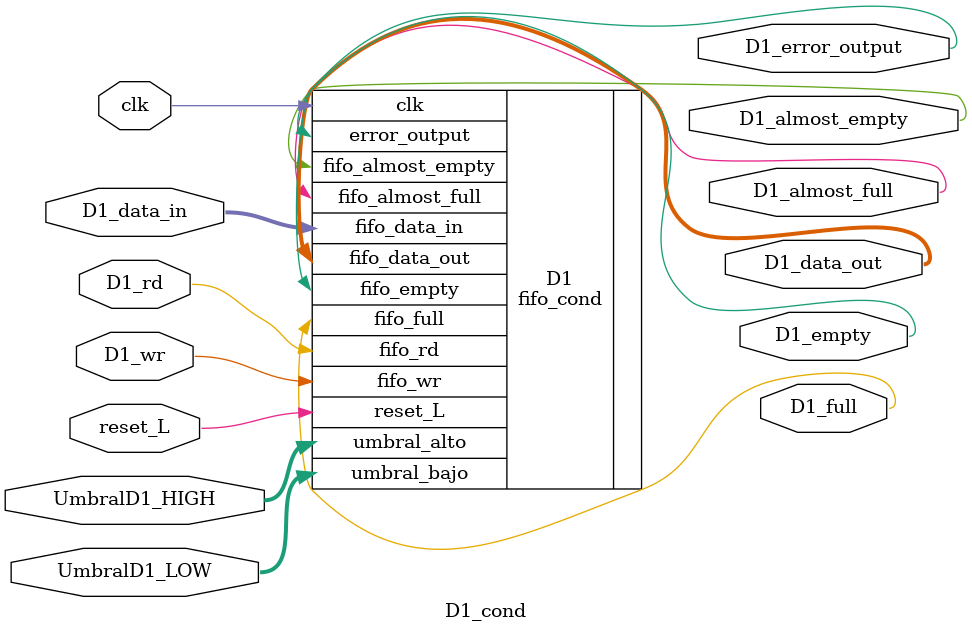
<source format=v>
module D1_cond #(
parameter		BW=6,	// Byte/data width
parameter [5:0]	LEN4=4,
parameter TOL = 1)
    (
	input				clk, reset_L,
	input				D1_wr,
	input	 [(BW-1):0]	D1_data_in,
	input				D1_rd,
	input [(LEN4-1):0] UmbralD1_LOW,
	input [(LEN4-1):0] UmbralD1_HIGH,
	output	[(BW-1):0]	D1_data_out,
	output  			D1_error_output,
	output   				D1_full,
	output   				D1_empty,
	output   				D1_almost_full,
	output   				D1_almost_empty);

fifo_cond #(.BW(BW), .LEN(LEN4), .TOL(TOL)) D1  (
	 // Outputs
	 .fifo_data_out			(D1_data_out[(BW-1):0]),
	 .error_output			(D1_error_output),
	 .fifo_full			(D1_full),
	 .fifo_empty			(D1_empty),
	 .fifo_almost_full		(D1_almost_full),
	 .fifo_almost_empty		(D1_almost_empty),
	 // Inputs
	 .clk				(clk),
	 .reset_L			(reset_L),
	 .fifo_wr			(D1_wr),
	 .umbral_bajo		(UmbralD1_LOW[(LEN4-1):0]),
	 .umbral_alto		(UmbralD1_HIGH[(LEN4-1):0]),
	 .fifo_data_in			(D1_data_in[(BW-1):0]),
	 .fifo_rd			(D1_rd)) ;

endmodule

</source>
